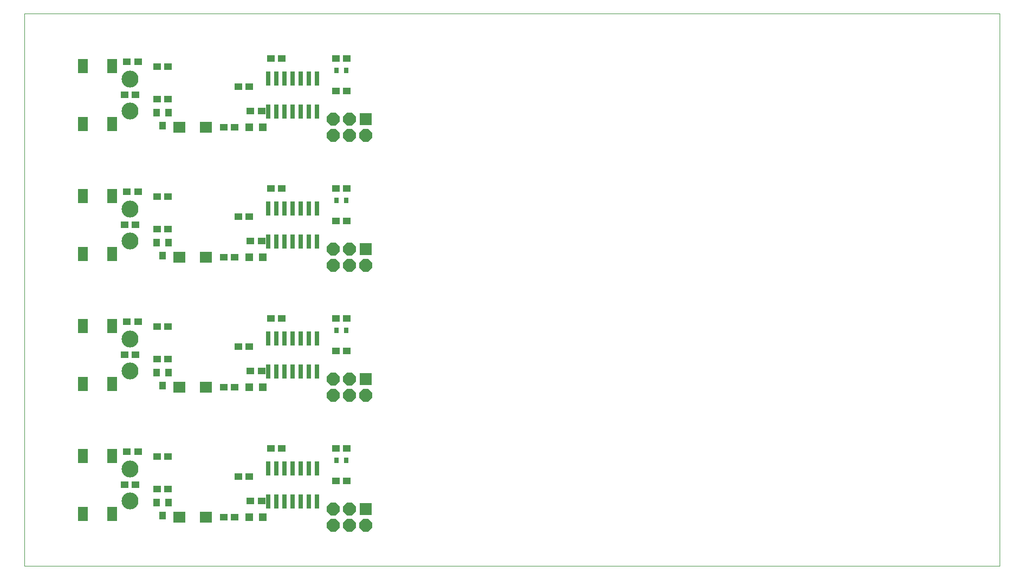
<source format=gts>
G75*
G70*
%OFA0B0*%
%FSLAX24Y24*%
%IPPOS*%
%LPD*%
%AMOC8*
5,1,8,0,0,1.08239X$1,22.5*
%
%ADD10C,0.0000*%
%ADD11R,0.0280X0.0910*%
%ADD12R,0.0780X0.0780*%
%ADD13OC8,0.0780*%
%ADD14R,0.0440X0.0490*%
%ADD15R,0.0473X0.0434*%
%ADD16R,0.0276X0.0355*%
%ADD17R,0.0512X0.0512*%
%ADD18C,0.1040*%
%ADD19R,0.0749X0.0709*%
%ADD20R,0.0590X0.0870*%
D10*
X000100Y000100D02*
X060100Y000100D01*
X060100Y034100D01*
X000100Y034100D01*
X000100Y000100D01*
D11*
X015100Y004075D03*
X015600Y004075D03*
X016100Y004075D03*
X016600Y004075D03*
X017100Y004075D03*
X017600Y004075D03*
X018100Y004075D03*
X018100Y006125D03*
X017600Y006125D03*
X017100Y006125D03*
X016600Y006125D03*
X016100Y006125D03*
X015600Y006125D03*
X015100Y006125D03*
X015100Y012075D03*
X015600Y012075D03*
X016100Y012075D03*
X016600Y012075D03*
X017100Y012075D03*
X017600Y012075D03*
X018100Y012075D03*
X018100Y014125D03*
X017600Y014125D03*
X017100Y014125D03*
X016600Y014125D03*
X016100Y014125D03*
X015600Y014125D03*
X015100Y014125D03*
X015100Y020075D03*
X015600Y020075D03*
X016100Y020075D03*
X016600Y020075D03*
X017100Y020075D03*
X017600Y020075D03*
X018100Y020075D03*
X018100Y022125D03*
X017600Y022125D03*
X017100Y022125D03*
X016600Y022125D03*
X016100Y022125D03*
X015600Y022125D03*
X015100Y022125D03*
X015100Y028075D03*
X015600Y028075D03*
X016100Y028075D03*
X016600Y028075D03*
X017100Y028075D03*
X017600Y028075D03*
X018100Y028075D03*
X018100Y030125D03*
X017600Y030125D03*
X017100Y030125D03*
X016600Y030125D03*
X016100Y030125D03*
X015600Y030125D03*
X015100Y030125D03*
D12*
X021100Y027600D03*
X021100Y019600D03*
X021100Y011600D03*
X021100Y003600D03*
D13*
X020100Y003600D03*
X019100Y003600D03*
X019100Y002600D03*
X020100Y002600D03*
X021100Y002600D03*
X021100Y010600D03*
X020100Y010600D03*
X019100Y010600D03*
X019100Y011600D03*
X020100Y011600D03*
X020100Y018600D03*
X019100Y018600D03*
X019100Y019600D03*
X020100Y019600D03*
X021100Y018600D03*
X021100Y026600D03*
X020100Y026600D03*
X019100Y026600D03*
X019100Y027600D03*
X020100Y027600D03*
D14*
X008974Y028000D03*
X008226Y028000D03*
X008600Y027200D03*
X008226Y020000D03*
X008974Y020000D03*
X008600Y019200D03*
X008226Y012000D03*
X008974Y012000D03*
X008600Y011200D03*
X008226Y004000D03*
X008974Y004000D03*
X008600Y003200D03*
D15*
X008265Y004850D03*
X008935Y004850D03*
X006935Y005100D03*
X006265Y005100D03*
X006415Y007150D03*
X007085Y007150D03*
X008265Y006850D03*
X008935Y006850D03*
X013265Y005600D03*
X013935Y005600D03*
X014015Y004100D03*
X014685Y004100D03*
X013035Y003100D03*
X012365Y003100D03*
X015265Y007350D03*
X015935Y007350D03*
X019265Y007350D03*
X019935Y007350D03*
X019935Y005350D03*
X019265Y005350D03*
X013035Y011100D03*
X012365Y011100D03*
X014015Y012100D03*
X014685Y012100D03*
X013935Y013600D03*
X013265Y013600D03*
X015265Y015350D03*
X015935Y015350D03*
X019265Y015350D03*
X019935Y015350D03*
X019935Y013350D03*
X019265Y013350D03*
X013035Y019100D03*
X012365Y019100D03*
X014015Y020100D03*
X014685Y020100D03*
X013935Y021600D03*
X013265Y021600D03*
X015265Y023350D03*
X015935Y023350D03*
X019265Y023350D03*
X019935Y023350D03*
X019935Y021350D03*
X019265Y021350D03*
X013035Y027100D03*
X012365Y027100D03*
X014015Y028100D03*
X014685Y028100D03*
X013935Y029600D03*
X013265Y029600D03*
X015265Y031350D03*
X015935Y031350D03*
X019265Y031350D03*
X019935Y031350D03*
X019935Y029350D03*
X019265Y029350D03*
X008935Y028850D03*
X008265Y028850D03*
X006935Y029100D03*
X006265Y029100D03*
X008265Y030850D03*
X008935Y030850D03*
X007085Y031150D03*
X006415Y031150D03*
X006415Y023150D03*
X007085Y023150D03*
X008265Y022850D03*
X008935Y022850D03*
X006935Y021100D03*
X006265Y021100D03*
X008265Y020850D03*
X008935Y020850D03*
X007085Y015150D03*
X006415Y015150D03*
X008265Y014850D03*
X008935Y014850D03*
X006935Y013100D03*
X006265Y013100D03*
X008265Y012850D03*
X008935Y012850D03*
D16*
X019285Y014600D03*
X019915Y014600D03*
X019915Y006600D03*
X019285Y006600D03*
X019285Y022600D03*
X019915Y022600D03*
X019915Y030600D03*
X019285Y030600D03*
D17*
X014763Y027100D03*
X013937Y027100D03*
X013937Y019100D03*
X014763Y019100D03*
X014763Y011100D03*
X013937Y011100D03*
X013937Y003100D03*
X014763Y003100D03*
D18*
X006600Y004116D03*
X006600Y006084D03*
X006600Y012116D03*
X006600Y014084D03*
X006600Y020116D03*
X006600Y022084D03*
X006600Y028116D03*
X006600Y030084D03*
D19*
X009643Y027100D03*
X011257Y027100D03*
X011257Y019100D03*
X009643Y019100D03*
X009643Y011100D03*
X011257Y011100D03*
X011257Y003100D03*
X009643Y003100D03*
D20*
X005490Y003310D03*
X003710Y003310D03*
X003710Y006890D03*
X005490Y006899D03*
X005490Y011310D03*
X003710Y011310D03*
X003710Y014890D03*
X005490Y014899D03*
X005490Y019310D03*
X003710Y019310D03*
X003710Y022890D03*
X005490Y022899D03*
X005490Y027310D03*
X003710Y027310D03*
X003710Y030890D03*
X005490Y030899D03*
M02*

</source>
